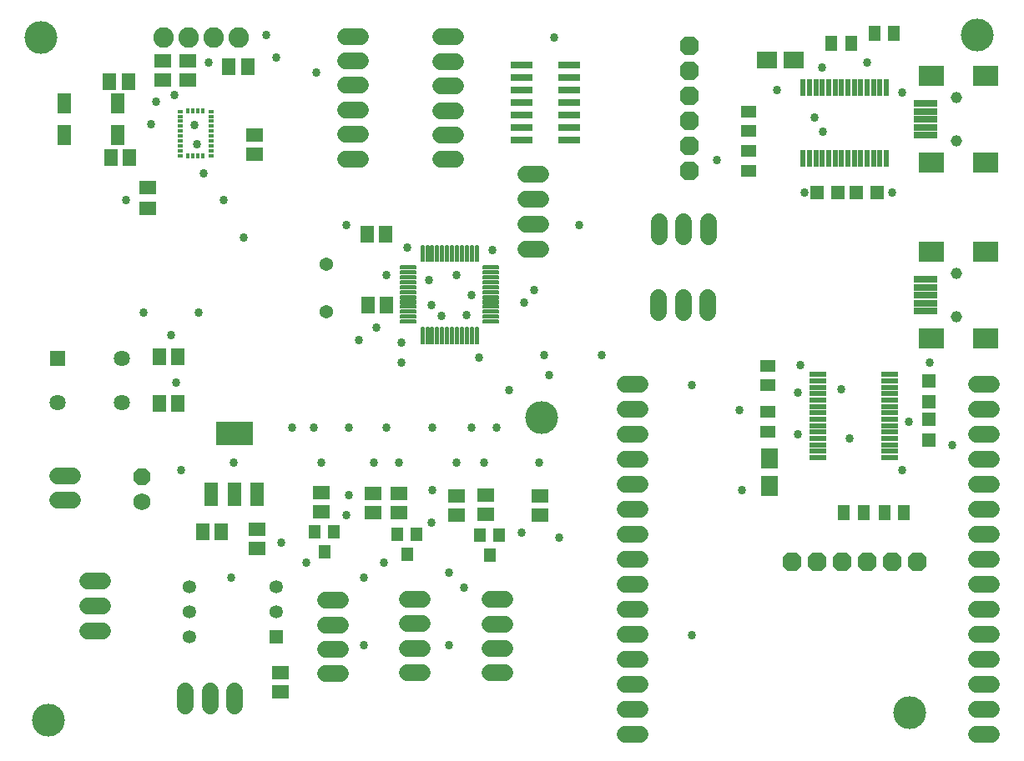
<source format=gbr>
G04 EAGLE Gerber RS-274X export*
G75*
%MOMM*%
%FSLAX34Y34*%
%LPD*%
%INSoldermask Top*%
%IPPOS*%
%AMOC8*
5,1,8,0,0,1.08239X$1,22.5*%
G01*
%ADD10C,3.327400*%
%ADD11R,2.552400X2.152400*%
%ADD12R,2.460400X0.652400*%
%ADD13C,1.152400*%
%ADD14R,1.652400X0.552400*%
%ADD15R,1.652400X2.102400*%
%ADD16R,1.552400X1.252400*%
%ADD17R,1.352400X1.352400*%
%ADD18R,1.252400X1.552400*%
%ADD19P,2.089446X8X112.500000*%
%ADD20R,0.627400X0.402400*%
%ADD21R,0.402400X0.527400*%
%ADD22R,1.652400X1.452400*%
%ADD23R,1.452400X1.652400*%
%ADD24R,1.452400X2.052400*%
%ADD25R,1.652400X1.352400*%
%ADD26C,2.082800*%
%ADD27C,1.676400*%
%ADD28R,0.552400X1.652400*%
%ADD29R,2.102400X1.652400*%
%ADD30P,2.089446X8X22.500000*%
%ADD31C,0.172959*%
%ADD32C,1.371600*%
%ADD33C,1.637400*%
%ADD34R,1.637400X1.637400*%
%ADD35C,1.352400*%
%ADD36C,1.652400*%
%ADD37R,1.371600X2.387600*%
%ADD38R,3.752400X2.352400*%
%ADD39P,1.896997X8X112.500000*%
%ADD40C,1.752600*%
%ADD41R,1.152400X1.352400*%
%ADD42R,2.209800X0.762000*%
%ADD43C,0.858000*%


D10*
X30480Y728980D03*
X38100Y35560D03*
X911860Y43180D03*
X980440Y731520D03*
X538480Y342900D03*
D11*
X934000Y422900D03*
D12*
X928360Y450900D03*
X928360Y458900D03*
X928360Y466900D03*
X928360Y474900D03*
X928360Y482900D03*
D11*
X989000Y422900D03*
X934000Y510900D03*
X989000Y510900D03*
D13*
X959000Y444900D03*
X959000Y488900D03*
D14*
X891610Y301910D03*
X891610Y308410D03*
X891610Y314910D03*
X891610Y321410D03*
X891610Y327910D03*
X891610Y334410D03*
X891610Y340910D03*
X891610Y347410D03*
X891610Y353910D03*
X891610Y360410D03*
X891610Y366910D03*
X891610Y373410D03*
X891610Y379910D03*
X891610Y386410D03*
X819110Y386410D03*
X819110Y379910D03*
X819110Y373410D03*
X819110Y366910D03*
X819110Y360410D03*
X819110Y353910D03*
X819110Y347410D03*
X819110Y340910D03*
X819110Y334410D03*
X819110Y327910D03*
X819110Y321410D03*
X819110Y314910D03*
X819110Y308410D03*
X819110Y301910D03*
D15*
X769360Y300910D03*
X769360Y273410D03*
D16*
X768360Y328160D03*
X768360Y348160D03*
X768360Y375160D03*
X768360Y395160D03*
D17*
X931440Y340660D03*
X931440Y319660D03*
X931440Y358660D03*
X931440Y379660D03*
D18*
X845360Y246160D03*
X865360Y246160D03*
D19*
X792260Y195860D03*
X817660Y195860D03*
X843060Y195860D03*
X868460Y195860D03*
X893860Y195860D03*
X919260Y195860D03*
D18*
X906360Y246160D03*
X886360Y246160D03*
D20*
X171775Y608580D03*
D21*
X179900Y607955D03*
X184900Y607955D03*
X189900Y607955D03*
X194900Y607955D03*
D20*
X203025Y608580D03*
X203025Y613580D03*
X203025Y618580D03*
X203025Y623580D03*
X203025Y628580D03*
X203025Y633580D03*
X203025Y638580D03*
X203025Y643580D03*
X203025Y648580D03*
X203025Y653580D03*
D21*
X194900Y654205D03*
X189900Y654205D03*
X184900Y654205D03*
X179900Y654205D03*
D20*
X171775Y653580D03*
X171775Y648580D03*
X171775Y643580D03*
X171775Y638580D03*
X171775Y633580D03*
X171775Y628580D03*
X171775Y623580D03*
X171775Y618580D03*
X171775Y613580D03*
D22*
X154000Y704500D03*
X154000Y685500D03*
X180000Y704500D03*
X180000Y685500D03*
D23*
X221200Y698620D03*
X240200Y698620D03*
D24*
X108880Y661460D03*
X53880Y661460D03*
X53880Y629460D03*
X108880Y629460D03*
D23*
X101580Y607000D03*
X120580Y607000D03*
X100200Y683460D03*
X119200Y683460D03*
D22*
X247020Y629120D03*
X247020Y610120D03*
D25*
X139080Y554960D03*
X139080Y575960D03*
D26*
X154900Y729000D03*
X180300Y729000D03*
X205700Y729000D03*
X231100Y729000D03*
D27*
X979410Y376080D02*
X994650Y376080D01*
X994650Y350680D02*
X979410Y350680D01*
X979410Y325280D02*
X994650Y325280D01*
X994650Y299880D02*
X979410Y299880D01*
X979410Y274480D02*
X994650Y274480D01*
X994650Y249080D02*
X979410Y249080D01*
X979410Y223680D02*
X994650Y223680D01*
X994650Y198280D02*
X979410Y198280D01*
X979410Y172880D02*
X994650Y172880D01*
X994650Y147480D02*
X979410Y147480D01*
X979410Y122080D02*
X994650Y122080D01*
X994650Y96680D02*
X979410Y96680D01*
X979410Y71280D02*
X994650Y71280D01*
X994650Y45880D02*
X979410Y45880D01*
X979410Y20480D02*
X994650Y20480D01*
X638288Y376334D02*
X623048Y376334D01*
X623048Y350934D02*
X638288Y350934D01*
X638288Y325534D02*
X623048Y325534D01*
X623048Y300134D02*
X638288Y300134D01*
X638288Y274734D02*
X623048Y274734D01*
X623048Y249334D02*
X638288Y249334D01*
X638288Y223934D02*
X623048Y223934D01*
X623048Y198534D02*
X638288Y198534D01*
X638288Y173134D02*
X623048Y173134D01*
X623048Y147734D02*
X638288Y147734D01*
X638288Y122334D02*
X623048Y122334D01*
X623048Y96934D02*
X638288Y96934D01*
X638288Y71534D02*
X623048Y71534D01*
X623048Y46134D02*
X638288Y46134D01*
X638288Y20734D02*
X623048Y20734D01*
D11*
X934000Y601460D03*
D12*
X928360Y629460D03*
X928360Y637460D03*
X928360Y645460D03*
X928360Y653460D03*
X928360Y661460D03*
D11*
X989000Y601460D03*
X934000Y689460D03*
X989000Y689460D03*
D13*
X959000Y623460D03*
X959000Y667460D03*
D28*
X803750Y605710D03*
X810250Y605710D03*
X816750Y605710D03*
X823250Y605710D03*
X829750Y605710D03*
X836250Y605710D03*
X842750Y605710D03*
X849250Y605710D03*
X855750Y605710D03*
X862250Y605710D03*
X868750Y605710D03*
X875250Y605710D03*
X881750Y605710D03*
X888250Y605710D03*
X888250Y678210D03*
X881750Y678210D03*
X875250Y678210D03*
X868750Y678210D03*
X862250Y678210D03*
X855750Y678210D03*
X849250Y678210D03*
X842750Y678210D03*
X836250Y678210D03*
X829750Y678210D03*
X823250Y678210D03*
X816750Y678210D03*
X810250Y678210D03*
X803750Y678210D03*
D29*
X794670Y705560D03*
X767170Y705560D03*
D18*
X832580Y722300D03*
X852580Y722300D03*
X876040Y732460D03*
X896040Y732460D03*
D17*
X839000Y570960D03*
X818000Y570960D03*
X858000Y570960D03*
X879000Y570960D03*
D16*
X748500Y653460D03*
X748500Y633460D03*
D30*
X688620Y720300D03*
X688620Y694900D03*
X688620Y669500D03*
X688620Y644100D03*
X688620Y618700D03*
X688620Y593300D03*
D16*
X748500Y593460D03*
X748500Y613460D03*
D27*
X451360Y654474D02*
X436120Y654474D01*
X436120Y629582D02*
X451360Y629582D01*
X451360Y604690D02*
X436120Y604690D01*
X436120Y679366D02*
X451360Y679366D01*
X451360Y704258D02*
X436120Y704258D01*
X436120Y729150D02*
X451360Y729150D01*
X354600Y680046D02*
X339360Y680046D01*
X339360Y704938D02*
X354600Y704938D01*
X354600Y729830D02*
X339360Y729830D01*
X339360Y655154D02*
X354600Y655154D01*
X354600Y630262D02*
X339360Y630262D01*
X339360Y605370D02*
X354600Y605370D01*
X485900Y132946D02*
X501140Y132946D01*
X501140Y108054D02*
X485900Y108054D01*
X485900Y83162D02*
X501140Y83162D01*
X501140Y157838D02*
X485900Y157838D01*
X417360Y133046D02*
X402120Y133046D01*
X402120Y108154D02*
X417360Y108154D01*
X417360Y83262D02*
X402120Y83262D01*
X402120Y157938D02*
X417360Y157938D01*
X657328Y449110D02*
X657328Y464350D01*
X682220Y464350D02*
X682220Y449110D01*
X707112Y449110D02*
X707112Y464350D01*
X657948Y526500D02*
X657948Y541740D01*
X682840Y541740D02*
X682840Y526500D01*
X707732Y526500D02*
X707732Y541740D01*
D31*
X395643Y496477D02*
X395643Y493883D01*
X395643Y496477D02*
X411037Y496477D01*
X411037Y493883D01*
X395643Y493883D01*
X395643Y495526D02*
X411037Y495526D01*
X395643Y491477D02*
X395643Y488883D01*
X395643Y491477D02*
X411037Y491477D01*
X411037Y488883D01*
X395643Y488883D01*
X395643Y490526D02*
X411037Y490526D01*
X395643Y486477D02*
X395643Y483883D01*
X395643Y486477D02*
X411037Y486477D01*
X411037Y483883D01*
X395643Y483883D01*
X395643Y485526D02*
X411037Y485526D01*
X395643Y481477D02*
X395643Y478883D01*
X395643Y481477D02*
X411037Y481477D01*
X411037Y478883D01*
X395643Y478883D01*
X395643Y480526D02*
X411037Y480526D01*
X395643Y476477D02*
X395643Y473883D01*
X395643Y476477D02*
X411037Y476477D01*
X411037Y473883D01*
X395643Y473883D01*
X395643Y475526D02*
X411037Y475526D01*
X395643Y471477D02*
X395643Y468883D01*
X395643Y471477D02*
X411037Y471477D01*
X411037Y468883D01*
X395643Y468883D01*
X395643Y470526D02*
X411037Y470526D01*
X395643Y466477D02*
X395643Y463883D01*
X395643Y466477D02*
X411037Y466477D01*
X411037Y463883D01*
X395643Y463883D01*
X395643Y465526D02*
X411037Y465526D01*
X395643Y461477D02*
X395643Y458883D01*
X395643Y461477D02*
X411037Y461477D01*
X411037Y458883D01*
X395643Y458883D01*
X395643Y460526D02*
X411037Y460526D01*
X395643Y456477D02*
X395643Y453883D01*
X395643Y456477D02*
X411037Y456477D01*
X411037Y453883D01*
X395643Y453883D01*
X395643Y455526D02*
X411037Y455526D01*
X395643Y451477D02*
X395643Y448883D01*
X395643Y451477D02*
X411037Y451477D01*
X411037Y448883D01*
X395643Y448883D01*
X395643Y450526D02*
X411037Y450526D01*
X395643Y446477D02*
X395643Y443883D01*
X395643Y446477D02*
X411037Y446477D01*
X411037Y443883D01*
X395643Y443883D01*
X395643Y445526D02*
X411037Y445526D01*
X395643Y441477D02*
X395643Y438883D01*
X395643Y441477D02*
X411037Y441477D01*
X411037Y438883D01*
X395643Y438883D01*
X395643Y440526D02*
X411037Y440526D01*
X416343Y433577D02*
X418937Y433577D01*
X418937Y418183D01*
X416343Y418183D01*
X416343Y433577D01*
X416343Y419826D02*
X418937Y419826D01*
X418937Y421469D02*
X416343Y421469D01*
X416343Y423112D02*
X418937Y423112D01*
X418937Y424755D02*
X416343Y424755D01*
X416343Y426398D02*
X418937Y426398D01*
X418937Y428041D02*
X416343Y428041D01*
X416343Y429684D02*
X418937Y429684D01*
X418937Y431327D02*
X416343Y431327D01*
X416343Y432970D02*
X418937Y432970D01*
X421343Y433577D02*
X423937Y433577D01*
X423937Y418183D01*
X421343Y418183D01*
X421343Y433577D01*
X421343Y419826D02*
X423937Y419826D01*
X423937Y421469D02*
X421343Y421469D01*
X421343Y423112D02*
X423937Y423112D01*
X423937Y424755D02*
X421343Y424755D01*
X421343Y426398D02*
X423937Y426398D01*
X423937Y428041D02*
X421343Y428041D01*
X421343Y429684D02*
X423937Y429684D01*
X423937Y431327D02*
X421343Y431327D01*
X421343Y432970D02*
X423937Y432970D01*
X426343Y433577D02*
X428937Y433577D01*
X428937Y418183D01*
X426343Y418183D01*
X426343Y433577D01*
X426343Y419826D02*
X428937Y419826D01*
X428937Y421469D02*
X426343Y421469D01*
X426343Y423112D02*
X428937Y423112D01*
X428937Y424755D02*
X426343Y424755D01*
X426343Y426398D02*
X428937Y426398D01*
X428937Y428041D02*
X426343Y428041D01*
X426343Y429684D02*
X428937Y429684D01*
X428937Y431327D02*
X426343Y431327D01*
X426343Y432970D02*
X428937Y432970D01*
X431343Y433577D02*
X433937Y433577D01*
X433937Y418183D01*
X431343Y418183D01*
X431343Y433577D01*
X431343Y419826D02*
X433937Y419826D01*
X433937Y421469D02*
X431343Y421469D01*
X431343Y423112D02*
X433937Y423112D01*
X433937Y424755D02*
X431343Y424755D01*
X431343Y426398D02*
X433937Y426398D01*
X433937Y428041D02*
X431343Y428041D01*
X431343Y429684D02*
X433937Y429684D01*
X433937Y431327D02*
X431343Y431327D01*
X431343Y432970D02*
X433937Y432970D01*
X436343Y433577D02*
X438937Y433577D01*
X438937Y418183D01*
X436343Y418183D01*
X436343Y433577D01*
X436343Y419826D02*
X438937Y419826D01*
X438937Y421469D02*
X436343Y421469D01*
X436343Y423112D02*
X438937Y423112D01*
X438937Y424755D02*
X436343Y424755D01*
X436343Y426398D02*
X438937Y426398D01*
X438937Y428041D02*
X436343Y428041D01*
X436343Y429684D02*
X438937Y429684D01*
X438937Y431327D02*
X436343Y431327D01*
X436343Y432970D02*
X438937Y432970D01*
X441343Y433577D02*
X443937Y433577D01*
X443937Y418183D01*
X441343Y418183D01*
X441343Y433577D01*
X441343Y419826D02*
X443937Y419826D01*
X443937Y421469D02*
X441343Y421469D01*
X441343Y423112D02*
X443937Y423112D01*
X443937Y424755D02*
X441343Y424755D01*
X441343Y426398D02*
X443937Y426398D01*
X443937Y428041D02*
X441343Y428041D01*
X441343Y429684D02*
X443937Y429684D01*
X443937Y431327D02*
X441343Y431327D01*
X441343Y432970D02*
X443937Y432970D01*
X446343Y433577D02*
X448937Y433577D01*
X448937Y418183D01*
X446343Y418183D01*
X446343Y433577D01*
X446343Y419826D02*
X448937Y419826D01*
X448937Y421469D02*
X446343Y421469D01*
X446343Y423112D02*
X448937Y423112D01*
X448937Y424755D02*
X446343Y424755D01*
X446343Y426398D02*
X448937Y426398D01*
X448937Y428041D02*
X446343Y428041D01*
X446343Y429684D02*
X448937Y429684D01*
X448937Y431327D02*
X446343Y431327D01*
X446343Y432970D02*
X448937Y432970D01*
X451343Y433577D02*
X453937Y433577D01*
X453937Y418183D01*
X451343Y418183D01*
X451343Y433577D01*
X451343Y419826D02*
X453937Y419826D01*
X453937Y421469D02*
X451343Y421469D01*
X451343Y423112D02*
X453937Y423112D01*
X453937Y424755D02*
X451343Y424755D01*
X451343Y426398D02*
X453937Y426398D01*
X453937Y428041D02*
X451343Y428041D01*
X451343Y429684D02*
X453937Y429684D01*
X453937Y431327D02*
X451343Y431327D01*
X451343Y432970D02*
X453937Y432970D01*
X456343Y433577D02*
X458937Y433577D01*
X458937Y418183D01*
X456343Y418183D01*
X456343Y433577D01*
X456343Y419826D02*
X458937Y419826D01*
X458937Y421469D02*
X456343Y421469D01*
X456343Y423112D02*
X458937Y423112D01*
X458937Y424755D02*
X456343Y424755D01*
X456343Y426398D02*
X458937Y426398D01*
X458937Y428041D02*
X456343Y428041D01*
X456343Y429684D02*
X458937Y429684D01*
X458937Y431327D02*
X456343Y431327D01*
X456343Y432970D02*
X458937Y432970D01*
X461343Y433577D02*
X463937Y433577D01*
X463937Y418183D01*
X461343Y418183D01*
X461343Y433577D01*
X461343Y419826D02*
X463937Y419826D01*
X463937Y421469D02*
X461343Y421469D01*
X461343Y423112D02*
X463937Y423112D01*
X463937Y424755D02*
X461343Y424755D01*
X461343Y426398D02*
X463937Y426398D01*
X463937Y428041D02*
X461343Y428041D01*
X461343Y429684D02*
X463937Y429684D01*
X463937Y431327D02*
X461343Y431327D01*
X461343Y432970D02*
X463937Y432970D01*
X466343Y433577D02*
X468937Y433577D01*
X468937Y418183D01*
X466343Y418183D01*
X466343Y433577D01*
X466343Y419826D02*
X468937Y419826D01*
X468937Y421469D02*
X466343Y421469D01*
X466343Y423112D02*
X468937Y423112D01*
X468937Y424755D02*
X466343Y424755D01*
X466343Y426398D02*
X468937Y426398D01*
X468937Y428041D02*
X466343Y428041D01*
X466343Y429684D02*
X468937Y429684D01*
X468937Y431327D02*
X466343Y431327D01*
X466343Y432970D02*
X468937Y432970D01*
X471343Y433577D02*
X473937Y433577D01*
X473937Y418183D01*
X471343Y418183D01*
X471343Y433577D01*
X471343Y419826D02*
X473937Y419826D01*
X473937Y421469D02*
X471343Y421469D01*
X471343Y423112D02*
X473937Y423112D01*
X473937Y424755D02*
X471343Y424755D01*
X471343Y426398D02*
X473937Y426398D01*
X473937Y428041D02*
X471343Y428041D01*
X471343Y429684D02*
X473937Y429684D01*
X473937Y431327D02*
X471343Y431327D01*
X471343Y432970D02*
X473937Y432970D01*
X479243Y438883D02*
X479243Y441477D01*
X494637Y441477D01*
X494637Y438883D01*
X479243Y438883D01*
X479243Y440526D02*
X494637Y440526D01*
X479243Y443883D02*
X479243Y446477D01*
X494637Y446477D01*
X494637Y443883D01*
X479243Y443883D01*
X479243Y445526D02*
X494637Y445526D01*
X479243Y448883D02*
X479243Y451477D01*
X494637Y451477D01*
X494637Y448883D01*
X479243Y448883D01*
X479243Y450526D02*
X494637Y450526D01*
X479243Y453883D02*
X479243Y456477D01*
X494637Y456477D01*
X494637Y453883D01*
X479243Y453883D01*
X479243Y455526D02*
X494637Y455526D01*
X479243Y458883D02*
X479243Y461477D01*
X494637Y461477D01*
X494637Y458883D01*
X479243Y458883D01*
X479243Y460526D02*
X494637Y460526D01*
X479243Y463883D02*
X479243Y466477D01*
X494637Y466477D01*
X494637Y463883D01*
X479243Y463883D01*
X479243Y465526D02*
X494637Y465526D01*
X479243Y468883D02*
X479243Y471477D01*
X494637Y471477D01*
X494637Y468883D01*
X479243Y468883D01*
X479243Y470526D02*
X494637Y470526D01*
X479243Y473883D02*
X479243Y476477D01*
X494637Y476477D01*
X494637Y473883D01*
X479243Y473883D01*
X479243Y475526D02*
X494637Y475526D01*
X479243Y478883D02*
X479243Y481477D01*
X494637Y481477D01*
X494637Y478883D01*
X479243Y478883D01*
X479243Y480526D02*
X494637Y480526D01*
X479243Y483883D02*
X479243Y486477D01*
X494637Y486477D01*
X494637Y483883D01*
X479243Y483883D01*
X479243Y485526D02*
X494637Y485526D01*
X479243Y488883D02*
X479243Y491477D01*
X494637Y491477D01*
X494637Y488883D01*
X479243Y488883D01*
X479243Y490526D02*
X494637Y490526D01*
X479243Y493883D02*
X479243Y496477D01*
X494637Y496477D01*
X494637Y493883D01*
X479243Y493883D01*
X479243Y495526D02*
X494637Y495526D01*
X473937Y517177D02*
X471343Y517177D01*
X473937Y517177D02*
X473937Y501783D01*
X471343Y501783D01*
X471343Y517177D01*
X471343Y503426D02*
X473937Y503426D01*
X473937Y505069D02*
X471343Y505069D01*
X471343Y506712D02*
X473937Y506712D01*
X473937Y508355D02*
X471343Y508355D01*
X471343Y509998D02*
X473937Y509998D01*
X473937Y511641D02*
X471343Y511641D01*
X471343Y513284D02*
X473937Y513284D01*
X473937Y514927D02*
X471343Y514927D01*
X471343Y516570D02*
X473937Y516570D01*
X468937Y517177D02*
X466343Y517177D01*
X468937Y517177D02*
X468937Y501783D01*
X466343Y501783D01*
X466343Y517177D01*
X466343Y503426D02*
X468937Y503426D01*
X468937Y505069D02*
X466343Y505069D01*
X466343Y506712D02*
X468937Y506712D01*
X468937Y508355D02*
X466343Y508355D01*
X466343Y509998D02*
X468937Y509998D01*
X468937Y511641D02*
X466343Y511641D01*
X466343Y513284D02*
X468937Y513284D01*
X468937Y514927D02*
X466343Y514927D01*
X466343Y516570D02*
X468937Y516570D01*
X463937Y517177D02*
X461343Y517177D01*
X463937Y517177D02*
X463937Y501783D01*
X461343Y501783D01*
X461343Y517177D01*
X461343Y503426D02*
X463937Y503426D01*
X463937Y505069D02*
X461343Y505069D01*
X461343Y506712D02*
X463937Y506712D01*
X463937Y508355D02*
X461343Y508355D01*
X461343Y509998D02*
X463937Y509998D01*
X463937Y511641D02*
X461343Y511641D01*
X461343Y513284D02*
X463937Y513284D01*
X463937Y514927D02*
X461343Y514927D01*
X461343Y516570D02*
X463937Y516570D01*
X458937Y517177D02*
X456343Y517177D01*
X458937Y517177D02*
X458937Y501783D01*
X456343Y501783D01*
X456343Y517177D01*
X456343Y503426D02*
X458937Y503426D01*
X458937Y505069D02*
X456343Y505069D01*
X456343Y506712D02*
X458937Y506712D01*
X458937Y508355D02*
X456343Y508355D01*
X456343Y509998D02*
X458937Y509998D01*
X458937Y511641D02*
X456343Y511641D01*
X456343Y513284D02*
X458937Y513284D01*
X458937Y514927D02*
X456343Y514927D01*
X456343Y516570D02*
X458937Y516570D01*
X453937Y517177D02*
X451343Y517177D01*
X453937Y517177D02*
X453937Y501783D01*
X451343Y501783D01*
X451343Y517177D01*
X451343Y503426D02*
X453937Y503426D01*
X453937Y505069D02*
X451343Y505069D01*
X451343Y506712D02*
X453937Y506712D01*
X453937Y508355D02*
X451343Y508355D01*
X451343Y509998D02*
X453937Y509998D01*
X453937Y511641D02*
X451343Y511641D01*
X451343Y513284D02*
X453937Y513284D01*
X453937Y514927D02*
X451343Y514927D01*
X451343Y516570D02*
X453937Y516570D01*
X448937Y517177D02*
X446343Y517177D01*
X448937Y517177D02*
X448937Y501783D01*
X446343Y501783D01*
X446343Y517177D01*
X446343Y503426D02*
X448937Y503426D01*
X448937Y505069D02*
X446343Y505069D01*
X446343Y506712D02*
X448937Y506712D01*
X448937Y508355D02*
X446343Y508355D01*
X446343Y509998D02*
X448937Y509998D01*
X448937Y511641D02*
X446343Y511641D01*
X446343Y513284D02*
X448937Y513284D01*
X448937Y514927D02*
X446343Y514927D01*
X446343Y516570D02*
X448937Y516570D01*
X443937Y517177D02*
X441343Y517177D01*
X443937Y517177D02*
X443937Y501783D01*
X441343Y501783D01*
X441343Y517177D01*
X441343Y503426D02*
X443937Y503426D01*
X443937Y505069D02*
X441343Y505069D01*
X441343Y506712D02*
X443937Y506712D01*
X443937Y508355D02*
X441343Y508355D01*
X441343Y509998D02*
X443937Y509998D01*
X443937Y511641D02*
X441343Y511641D01*
X441343Y513284D02*
X443937Y513284D01*
X443937Y514927D02*
X441343Y514927D01*
X441343Y516570D02*
X443937Y516570D01*
X438937Y517177D02*
X436343Y517177D01*
X438937Y517177D02*
X438937Y501783D01*
X436343Y501783D01*
X436343Y517177D01*
X436343Y503426D02*
X438937Y503426D01*
X438937Y505069D02*
X436343Y505069D01*
X436343Y506712D02*
X438937Y506712D01*
X438937Y508355D02*
X436343Y508355D01*
X436343Y509998D02*
X438937Y509998D01*
X438937Y511641D02*
X436343Y511641D01*
X436343Y513284D02*
X438937Y513284D01*
X438937Y514927D02*
X436343Y514927D01*
X436343Y516570D02*
X438937Y516570D01*
X433937Y517177D02*
X431343Y517177D01*
X433937Y517177D02*
X433937Y501783D01*
X431343Y501783D01*
X431343Y517177D01*
X431343Y503426D02*
X433937Y503426D01*
X433937Y505069D02*
X431343Y505069D01*
X431343Y506712D02*
X433937Y506712D01*
X433937Y508355D02*
X431343Y508355D01*
X431343Y509998D02*
X433937Y509998D01*
X433937Y511641D02*
X431343Y511641D01*
X431343Y513284D02*
X433937Y513284D01*
X433937Y514927D02*
X431343Y514927D01*
X431343Y516570D02*
X433937Y516570D01*
X428937Y517177D02*
X426343Y517177D01*
X428937Y517177D02*
X428937Y501783D01*
X426343Y501783D01*
X426343Y517177D01*
X426343Y503426D02*
X428937Y503426D01*
X428937Y505069D02*
X426343Y505069D01*
X426343Y506712D02*
X428937Y506712D01*
X428937Y508355D02*
X426343Y508355D01*
X426343Y509998D02*
X428937Y509998D01*
X428937Y511641D02*
X426343Y511641D01*
X426343Y513284D02*
X428937Y513284D01*
X428937Y514927D02*
X426343Y514927D01*
X426343Y516570D02*
X428937Y516570D01*
X423937Y517177D02*
X421343Y517177D01*
X423937Y517177D02*
X423937Y501783D01*
X421343Y501783D01*
X421343Y517177D01*
X421343Y503426D02*
X423937Y503426D01*
X423937Y505069D02*
X421343Y505069D01*
X421343Y506712D02*
X423937Y506712D01*
X423937Y508355D02*
X421343Y508355D01*
X421343Y509998D02*
X423937Y509998D01*
X423937Y511641D02*
X421343Y511641D01*
X421343Y513284D02*
X423937Y513284D01*
X423937Y514927D02*
X421343Y514927D01*
X421343Y516570D02*
X423937Y516570D01*
X418937Y517177D02*
X416343Y517177D01*
X418937Y517177D02*
X418937Y501783D01*
X416343Y501783D01*
X416343Y517177D01*
X416343Y503426D02*
X418937Y503426D01*
X418937Y505069D02*
X416343Y505069D01*
X416343Y506712D02*
X418937Y506712D01*
X418937Y508355D02*
X416343Y508355D01*
X416343Y509998D02*
X418937Y509998D01*
X418937Y511641D02*
X416343Y511641D01*
X416343Y513284D02*
X418937Y513284D01*
X418937Y514927D02*
X416343Y514927D01*
X416343Y516570D02*
X418937Y516570D01*
D23*
X150520Y356800D03*
X169520Y356800D03*
X380340Y528740D03*
X361340Y528740D03*
X150520Y404440D03*
X169520Y404440D03*
D32*
X320520Y449730D03*
X320520Y497990D03*
D23*
X381320Y457200D03*
X362320Y457200D03*
D33*
X47640Y357940D03*
D34*
X47640Y402940D03*
D33*
X112640Y357940D03*
X112640Y402940D03*
D17*
X268960Y119440D03*
D35*
X268960Y144840D03*
X268960Y170240D03*
X180960Y170240D03*
X180960Y144840D03*
X180960Y119440D03*
D22*
X273680Y83160D03*
X273680Y64160D03*
D36*
X227440Y64960D02*
X227440Y49960D01*
X202440Y49960D02*
X202440Y64960D01*
X177440Y64960D02*
X177440Y49960D01*
D27*
X93100Y176580D02*
X77860Y176580D01*
X77860Y151180D02*
X93100Y151180D01*
X93100Y125780D02*
X77860Y125780D01*
D36*
X62620Y283320D02*
X47620Y283320D01*
X47620Y258320D02*
X62620Y258320D01*
D37*
X203486Y264692D03*
X226600Y264692D03*
X249714Y264692D03*
D38*
X226600Y326670D03*
D22*
X250220Y228680D03*
X250220Y209680D03*
D23*
X213440Y226380D03*
X194440Y226380D03*
D39*
X133140Y282580D03*
D40*
X133140Y257180D03*
D41*
X402020Y203820D03*
X392520Y223820D03*
X411520Y223820D03*
D22*
X393590Y246340D03*
X393590Y265340D03*
X452480Y243800D03*
X452480Y262800D03*
D41*
X485840Y202940D03*
X476340Y222940D03*
X495340Y222940D03*
D22*
X482260Y244460D03*
X482260Y263460D03*
X537180Y243800D03*
X537180Y262800D03*
D27*
X334880Y132106D02*
X319640Y132106D01*
X319640Y107214D02*
X334880Y107214D01*
X334880Y82322D02*
X319640Y82322D01*
X319640Y156998D02*
X334880Y156998D01*
D41*
X318200Y206320D03*
X308700Y226320D03*
X327700Y226320D03*
D22*
X315460Y247000D03*
X315460Y266000D03*
X367840Y246340D03*
X367840Y265340D03*
D27*
X522700Y513360D02*
X537940Y513360D01*
X537940Y538760D02*
X522700Y538760D01*
X522700Y564160D02*
X537940Y564160D01*
X537940Y589560D02*
X522700Y589560D01*
D42*
X566166Y624840D03*
X566166Y637540D03*
X566166Y650240D03*
X566166Y662940D03*
X566166Y675640D03*
X566166Y688340D03*
X566166Y701040D03*
X518160Y701040D03*
X518160Y688340D03*
X518160Y675640D03*
X518160Y662940D03*
X518160Y650240D03*
X518160Y637540D03*
X518160Y624840D03*
D43*
X142080Y640540D03*
X798820Y325660D03*
X798860Y368160D03*
X911400Y338160D03*
X172720Y289560D03*
X223520Y180340D03*
X167640Y378460D03*
X190500Y449580D03*
X462280Y447040D03*
X402590Y515620D03*
X353060Y421640D03*
X739140Y350520D03*
X815340Y647700D03*
X777240Y675640D03*
X822960Y698500D03*
X259080Y731520D03*
X134620Y449580D03*
X200660Y703580D03*
X236220Y525780D03*
X340360Y538480D03*
X551180Y728980D03*
X226060Y297180D03*
X314960Y297180D03*
X368300Y297180D03*
X393700Y297180D03*
X452120Y297180D03*
X535940Y297180D03*
X480060Y297180D03*
X340360Y243840D03*
X426720Y236220D03*
X518160Y226060D03*
X474980Y403860D03*
X488950Y513080D03*
X452120Y487680D03*
X467360Y467360D03*
X381000Y487680D03*
X370840Y434340D03*
X576580Y538480D03*
X505460Y370840D03*
X599440Y406400D03*
X215900Y563880D03*
X116840Y563880D03*
X932180Y398780D03*
X955040Y314960D03*
X274320Y215900D03*
X189130Y620620D03*
X196000Y591000D03*
X269240Y708660D03*
X186050Y639810D03*
X147160Y663700D03*
X309880Y693420D03*
X166160Y670480D03*
X894080Y571500D03*
X805180Y571500D03*
X823500Y633220D03*
X868680Y703580D03*
X904240Y673100D03*
X342900Y264160D03*
X396240Y398780D03*
X436880Y445770D03*
X342900Y332740D03*
X541020Y406400D03*
X520700Y459740D03*
X530860Y472440D03*
X546100Y386080D03*
X842940Y371320D03*
X741680Y269240D03*
X716280Y604520D03*
X162560Y426720D03*
X424180Y482600D03*
X378460Y195580D03*
X444500Y185420D03*
X444500Y111760D03*
X467360Y332740D03*
X459740Y170180D03*
X381000Y332740D03*
X285750Y332740D03*
X299720Y195580D03*
X358140Y180340D03*
X358140Y111760D03*
X396240Y419100D03*
X426720Y457200D03*
X307340Y332740D03*
X851360Y321160D03*
X801360Y395660D03*
X904240Y289560D03*
X690880Y375920D03*
X690880Y121920D03*
X427990Y269240D03*
X427990Y332740D03*
X556260Y220980D03*
X492760Y332740D03*
M02*

</source>
